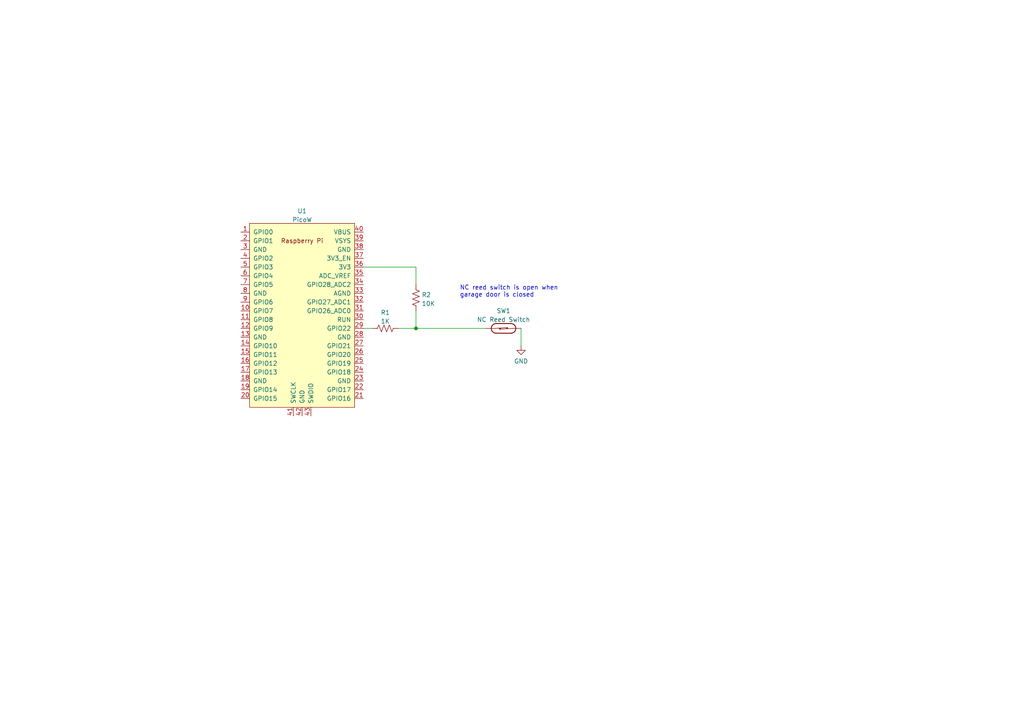
<source format=kicad_sch>
(kicad_sch (version 20211123) (generator eeschema)
  (paper "A4")
  (lib_symbols
    (symbol "Device:R_US" (pin_numbers hide) (pin_names (offset 0))
      (property "Reference" "R" (at 2.54 0 90))
      (property "Value" "R_US" (at -2.54 0 90))
      (symbol "R_US_0_1"
        (polyline (pts (xy 0 -2.286) (xy 0 -2.54)))
        (polyline (pts (xy 0 2.286) (xy 0 2.54)))
        (polyline (pts (xy 0 -0.762) (xy 1.016 -1.143) (xy 0 -1.524) (xy -1.016 -1.905) (xy 0 -2.286)))
        (polyline (pts (xy 0 0.762) (xy 1.016 0.381) (xy 0 0) (xy -1.016 -0.381) (xy 0 -0.762)))
        (polyline (pts (xy 0 2.286) (xy 1.016 1.905) (xy 0 1.524) (xy -1.016 1.143) (xy 0 0.762)))
      )
      (symbol "R_US_1_1"
        (pin passive line (at 0 3.81 270) (length 1.27) (name "~") (number "1"))
        (pin passive line (at 0 -3.81 90) (length 1.27) (name "~") (number "2"))
      )
    )
    (symbol "RPi_Pico:PicoW" (pin_names (offset 1.016))
      (property "Reference" "U" (at -13.97 27.94 0))
      (property "Value" "PicoW" (at 0 19.05 0))
      (symbol "PicoW_0_0"
        (text "Raspberry Pi" (at 0 21.59 0) (effects (font (size 1.27 1.27))))
      )
      (symbol "PicoW_0_1"
        (rectangle (start -15.24 26.67) (end 15.24 -26.67) (fill (type background)))
      )
      (symbol "PicoW_1_1"
        (pin bidirectional line (at -17.78 24.13 0) (length 2.54) (name "GPIO0") (number "1"))
        (pin bidirectional line (at -17.78 1.27 0) (length 2.54) (name "GPIO7") (number "10"))
        (pin bidirectional line (at -17.78 -1.27 0) (length 2.54) (name "GPIO8") (number "11"))
        (pin bidirectional line (at -17.78 -3.81 0) (length 2.54) (name "GPIO9") (number "12"))
        (pin power_in line (at -17.78 -6.35 0) (length 2.54) (name "GND") (number "13"))
        (pin bidirectional line (at -17.78 -8.89 0) (length 2.54) (name "GPIO10") (number "14"))
        (pin bidirectional line (at -17.78 -11.43 0) (length 2.54) (name "GPIO11") (number "15"))
        (pin bidirectional line (at -17.78 -13.97 0) (length 2.54) (name "GPIO12") (number "16"))
        (pin bidirectional line (at -17.78 -16.51 0) (length 2.54) (name "GPIO13") (number "17"))
        (pin power_in line (at -17.78 -19.05 0) (length 2.54) (name "GND") (number "18"))
        (pin bidirectional line (at -17.78 -21.59 0) (length 2.54) (name "GPIO14") (number "19"))
        (pin bidirectional line (at -17.78 21.59 0) (length 2.54) (name "GPIO1") (number "2"))
        (pin bidirectional line (at -17.78 -24.13 0) (length 2.54) (name "GPIO15") (number "20"))
        (pin bidirectional line (at 17.78 -24.13 180) (length 2.54) (name "GPIO16") (number "21"))
        (pin bidirectional line (at 17.78 -21.59 180) (length 2.54) (name "GPIO17") (number "22"))
        (pin power_in line (at 17.78 -19.05 180) (length 2.54) (name "GND") (number "23"))
        (pin bidirectional line (at 17.78 -16.51 180) (length 2.54) (name "GPIO18") (number "24"))
        (pin bidirectional line (at 17.78 -13.97 180) (length 2.54) (name "GPIO19") (number "25"))
        (pin bidirectional line (at 17.78 -11.43 180) (length 2.54) (name "GPIO20") (number "26"))
        (pin bidirectional line (at 17.78 -8.89 180) (length 2.54) (name "GPIO21") (number "27"))
        (pin power_in line (at 17.78 -6.35 180) (length 2.54) (name "GND") (number "28"))
        (pin bidirectional line (at 17.78 -3.81 180) (length 2.54) (name "GPIO22") (number "29"))
        (pin power_in line (at -17.78 19.05 0) (length 2.54) (name "GND") (number "3"))
        (pin input line (at 17.78 -1.27 180) (length 2.54) (name "RUN") (number "30"))
        (pin bidirectional line (at 17.78 1.27 180) (length 2.54) (name "GPIO26_ADC0") (number "31"))
        (pin bidirectional line (at 17.78 3.81 180) (length 2.54) (name "GPIO27_ADC1") (number "32"))
        (pin power_in line (at 17.78 6.35 180) (length 2.54) (name "AGND") (number "33"))
        (pin bidirectional line (at 17.78 8.89 180) (length 2.54) (name "GPIO28_ADC2") (number "34"))
        (pin unspecified line (at 17.78 11.43 180) (length 2.54) (name "ADC_VREF") (number "35"))
        (pin unspecified line (at 17.78 13.97 180) (length 2.54) (name "3V3") (number "36"))
        (pin input line (at 17.78 16.51 180) (length 2.54) (name "3V3_EN") (number "37"))
        (pin bidirectional line (at 17.78 19.05 180) (length 2.54) (name "GND") (number "38"))
        (pin unspecified line (at 17.78 21.59 180) (length 2.54) (name "VSYS") (number "39"))
        (pin bidirectional line (at -17.78 16.51 0) (length 2.54) (name "GPIO2") (number "4"))
        (pin unspecified line (at 17.78 24.13 180) (length 2.54) (name "VBUS") (number "40"))
        (pin input line (at -2.54 -29.21 90) (length 2.54) (name "SWCLK") (number "41"))
        (pin power_in line (at 0 -29.21 90) (length 2.54) (name "GND") (number "42"))
        (pin bidirectional line (at 2.54 -29.21 90) (length 2.54) (name "SWDIO") (number "43"))
        (pin bidirectional line (at -17.78 13.97 0) (length 2.54) (name "GPIO3") (number "5"))
        (pin bidirectional line (at -17.78 11.43 0) (length 2.54) (name "GPIO4") (number "6"))
        (pin bidirectional line (at -17.78 8.89 0) (length 2.54) (name "GPIO5") (number "7"))
        (pin power_in line (at -17.78 6.35 0) (length 2.54) (name "GND") (number "8"))
        (pin bidirectional line (at -17.78 3.81 0) (length 2.54) (name "GPIO6") (number "9"))
      )
    )
    (symbol "Switch:SW_Reed_Opener" (pin_numbers hide) (pin_names (offset 0) hide)
      (property "Reference" "SW" (at 0 2.54 0))
      (property "Value" "SW_Reed_Opener" (at 0 -2.54 0))
      (symbol "SW_Reed_Opener_0_0"
        (arc (start -2.159 1.397) (mid -3.556 0) (end -2.159 -1.397) (stroke (width 0.254)))
        (polyline (pts (xy -2.54 0) (xy 1.27 0.254)))
        (polyline (pts (xy -2.159 -1.397) (xy 2.286 -1.397)) (stroke (width 0.254)))
        (polyline (pts (xy 2.159 1.397) (xy -2.159 1.397)) (stroke (width 0.254)))
        (polyline (pts (xy 2.54 0) (xy -1.27 -0.254)))
        (arc (start 2.159 -1.397) (mid 3.556 0) (end 2.159 1.397) (stroke (width 0.254)))
      )
      (symbol "SW_Reed_Opener_0_1"
        (rectangle (start -1.1684 0.0508) (end -0.8636 -0.2032) (fill (type outline)))
        (rectangle (start 0.889 0.1778) (end 1.143 -0.0762) (fill (type outline)))
      )
      (symbol "SW_Reed_Opener_1_1"
        (pin passive line (at -5.08 0 0) (length 2.54) (name "1") (number "1"))
        (pin passive line (at 5.08 0 180) (length 2.54) (name "2") (number "2"))
      )
    )
    (symbol "power:GND" (power) (pin_names (offset 0))
      (property "Value" "GND" (at 0 -3.81 0))
      (symbol "GND_0_1"
        (polyline (pts (xy 0 0) (xy 0 -1.27) (xy 1.27 -1.27) (xy 0 -2.54) (xy -1.27 -1.27) (xy 0 -1.27)))
      )
      (symbol "GND_1_1"
        (pin power_in line (at 0 0 270) (length 0) hide (name "GND") (number "1"))
      )
    )
  )
  (junction (at 120.65 95.25))
  (wire (pts (xy 120.65 90.17) (xy 120.65 95.25)))
  (wire (pts (xy 151.13 95.25) (xy 151.13 100.33)))
  (wire (pts (xy 115.57 95.25) (xy 120.65 95.25)))
  (wire (pts (xy 120.65 77.47) (xy 120.65 82.55)))
  (wire (pts (xy 105.41 95.25) (xy 107.95 95.25)))
  (wire (pts (xy 105.41 77.47) (xy 120.65 77.47)))
  (wire (pts (xy 120.65 95.25) (xy 140.97 95.25)))
  (text "NC reed switch is open when\ngarage door is closed" (at 133.35 86.36 0) (effects (font (size 1.27 1.27)) (justify left bottom)))
  (symbol (lib_id "power:GND") (at 151.13 100.33 0) (unit 1)
    (property "Reference" "#PWR?" (effects hide))
    (property "Value" "GND" (at 151.13 104.7734 0))
  )
  (symbol (lib_id "Switch:SW_Reed_Opener") (at 146.05 95.25 0) (unit 1)
    (property "Reference" "SW1" (at 146.05 90.1532 0))
    (property "Value" "NC Reed Switch" (at 146.05 92.6901 0))
  )
  (symbol (lib_id "Device:R_US") (at 111.76 95.25 90) (unit 1)
    (property "Reference" "R1" (at 111.76 90.6612 90))
    (property "Value" "1K" (at 111.76 93.1981 90))
  )
  (symbol (lib_id "Device:R_US") (at 120.65 86.36 0) (unit 1)
    (property "Reference" "R2" (at 122.301 85.5253 0) (effects (justify left)))
    (property "Value" "10K" (at 122.301 88.0622 0) (effects (justify left)))
  )
  (symbol (lib_id "RPi_Pico:PicoW") (at 87.63 91.44 0) (unit 1)
    (property "Reference" "U1" (at 87.63 61.1972 0))
    (property "Value" "PicoW" (at 87.63 63.7341 0))
    (property "Footprint" "RPi_PicoW:RPi_Pico_SMD_TH" (effects hide))
  )
)
</source>
